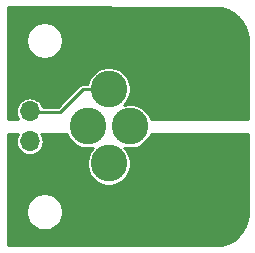
<source format=gtl>
G04 #@! TF.GenerationSoftware,KiCad,Pcbnew,5.1.4+dfsg1-1*
G04 #@! TF.CreationDate,2020-04-13T21:54:57+02:00*
G04 #@! TF.ProjectId,C245_conn,43323435-5f63-46f6-9e6e-2e6b69636164,rev?*
G04 #@! TF.SameCoordinates,Original*
G04 #@! TF.FileFunction,Copper,L1,Top*
G04 #@! TF.FilePolarity,Positive*
%FSLAX46Y46*%
G04 Gerber Fmt 4.6, Leading zero omitted, Abs format (unit mm)*
G04 Created by KiCad (PCBNEW 5.1.4+dfsg1-1) date 2020-04-13 21:54:57*
%MOMM*%
%LPD*%
G04 APERTURE LIST*
%ADD10C,3.100000*%
%ADD11O,1.700000X1.700000*%
%ADD12R,1.700000X1.700000*%
%ADD13C,0.200000*%
%ADD14C,0.250000*%
%ADD15C,0.254000*%
G04 APERTURE END LIST*
D10*
X101800000Y-97350000D03*
X98200000Y-97350000D03*
X101800000Y-103650000D03*
X98200000Y-103650000D03*
X96400000Y-100500000D03*
X100000000Y-100500000D03*
D11*
X91500000Y-104320000D03*
X91500000Y-101780000D03*
X91500000Y-99240000D03*
D12*
X91500000Y-96700000D03*
D13*
X98200000Y-97350000D02*
X98050000Y-97500000D01*
D14*
X98200000Y-97350000D02*
X96007969Y-97350000D01*
X94067970Y-99290000D02*
X91500000Y-99290000D01*
X96007969Y-97350000D02*
X94067970Y-99290000D01*
D15*
G36*
X107242359Y-90451980D02*
G01*
X107773902Y-90504099D01*
X108277852Y-90656250D01*
X108742648Y-90903386D01*
X109150590Y-91236095D01*
X109486138Y-91641705D01*
X109736516Y-92104769D01*
X109892180Y-92607637D01*
X109947959Y-93138329D01*
X109948001Y-93150527D01*
X109948001Y-99873000D01*
X101771938Y-99873000D01*
X101663376Y-99610907D01*
X101457961Y-99303482D01*
X101196518Y-99042039D01*
X100889093Y-98836624D01*
X100547501Y-98695132D01*
X100184868Y-98623000D01*
X99815132Y-98623000D01*
X99523462Y-98681017D01*
X99657961Y-98546518D01*
X99863376Y-98239093D01*
X100004868Y-97897501D01*
X100077000Y-97534868D01*
X100077000Y-97165132D01*
X100004868Y-96802499D01*
X99863376Y-96460907D01*
X99657961Y-96153482D01*
X99396518Y-95892039D01*
X99089093Y-95686624D01*
X98747501Y-95545132D01*
X98384868Y-95473000D01*
X98015132Y-95473000D01*
X97652499Y-95545132D01*
X97310907Y-95686624D01*
X97003482Y-95892039D01*
X96742039Y-96153482D01*
X96536624Y-96460907D01*
X96395132Y-96802499D01*
X96376136Y-96898000D01*
X96030174Y-96898000D01*
X96007969Y-96895813D01*
X95919361Y-96904540D01*
X95838138Y-96929179D01*
X95834159Y-96930386D01*
X95755636Y-96972357D01*
X95686810Y-97028841D01*
X95672650Y-97046095D01*
X93880747Y-98838000D01*
X92608015Y-98838000D01*
X92592667Y-98787403D01*
X92483374Y-98582930D01*
X92336291Y-98403709D01*
X92157070Y-98256626D01*
X91952597Y-98147333D01*
X91730732Y-98080031D01*
X91557812Y-98063000D01*
X91442188Y-98063000D01*
X91269268Y-98080031D01*
X91047403Y-98147333D01*
X90842930Y-98256626D01*
X90663709Y-98403709D01*
X90516626Y-98582930D01*
X90407333Y-98787403D01*
X90340031Y-99009268D01*
X90317306Y-99240000D01*
X90340031Y-99470732D01*
X90407333Y-99692597D01*
X90503760Y-99873000D01*
X89627000Y-99873000D01*
X89627000Y-93094679D01*
X91173000Y-93094679D01*
X91173000Y-93405321D01*
X91233604Y-93709994D01*
X91352481Y-93996989D01*
X91525064Y-94255279D01*
X91744721Y-94474936D01*
X92003011Y-94647519D01*
X92290006Y-94766396D01*
X92594679Y-94827000D01*
X92905321Y-94827000D01*
X93209994Y-94766396D01*
X93496989Y-94647519D01*
X93755279Y-94474936D01*
X93974936Y-94255279D01*
X94147519Y-93996989D01*
X94266396Y-93709994D01*
X94327000Y-93405321D01*
X94327000Y-93094679D01*
X94266396Y-92790006D01*
X94147519Y-92503011D01*
X93974936Y-92244721D01*
X93755279Y-92025064D01*
X93496989Y-91852481D01*
X93209994Y-91733604D01*
X92905321Y-91673000D01*
X92594679Y-91673000D01*
X92290006Y-91733604D01*
X92003011Y-91852481D01*
X91744721Y-92025064D01*
X91525064Y-92244721D01*
X91352481Y-92503011D01*
X91233604Y-92790006D01*
X91173000Y-93094679D01*
X89627000Y-93094679D01*
X89627000Y-90405501D01*
X107242359Y-90451980D01*
X107242359Y-90451980D01*
G37*
X107242359Y-90451980D02*
X107773902Y-90504099D01*
X108277852Y-90656250D01*
X108742648Y-90903386D01*
X109150590Y-91236095D01*
X109486138Y-91641705D01*
X109736516Y-92104769D01*
X109892180Y-92607637D01*
X109947959Y-93138329D01*
X109948001Y-93150527D01*
X109948001Y-99873000D01*
X101771938Y-99873000D01*
X101663376Y-99610907D01*
X101457961Y-99303482D01*
X101196518Y-99042039D01*
X100889093Y-98836624D01*
X100547501Y-98695132D01*
X100184868Y-98623000D01*
X99815132Y-98623000D01*
X99523462Y-98681017D01*
X99657961Y-98546518D01*
X99863376Y-98239093D01*
X100004868Y-97897501D01*
X100077000Y-97534868D01*
X100077000Y-97165132D01*
X100004868Y-96802499D01*
X99863376Y-96460907D01*
X99657961Y-96153482D01*
X99396518Y-95892039D01*
X99089093Y-95686624D01*
X98747501Y-95545132D01*
X98384868Y-95473000D01*
X98015132Y-95473000D01*
X97652499Y-95545132D01*
X97310907Y-95686624D01*
X97003482Y-95892039D01*
X96742039Y-96153482D01*
X96536624Y-96460907D01*
X96395132Y-96802499D01*
X96376136Y-96898000D01*
X96030174Y-96898000D01*
X96007969Y-96895813D01*
X95919361Y-96904540D01*
X95838138Y-96929179D01*
X95834159Y-96930386D01*
X95755636Y-96972357D01*
X95686810Y-97028841D01*
X95672650Y-97046095D01*
X93880747Y-98838000D01*
X92608015Y-98838000D01*
X92592667Y-98787403D01*
X92483374Y-98582930D01*
X92336291Y-98403709D01*
X92157070Y-98256626D01*
X91952597Y-98147333D01*
X91730732Y-98080031D01*
X91557812Y-98063000D01*
X91442188Y-98063000D01*
X91269268Y-98080031D01*
X91047403Y-98147333D01*
X90842930Y-98256626D01*
X90663709Y-98403709D01*
X90516626Y-98582930D01*
X90407333Y-98787403D01*
X90340031Y-99009268D01*
X90317306Y-99240000D01*
X90340031Y-99470732D01*
X90407333Y-99692597D01*
X90503760Y-99873000D01*
X89627000Y-99873000D01*
X89627000Y-93094679D01*
X91173000Y-93094679D01*
X91173000Y-93405321D01*
X91233604Y-93709994D01*
X91352481Y-93996989D01*
X91525064Y-94255279D01*
X91744721Y-94474936D01*
X92003011Y-94647519D01*
X92290006Y-94766396D01*
X92594679Y-94827000D01*
X92905321Y-94827000D01*
X93209994Y-94766396D01*
X93496989Y-94647519D01*
X93755279Y-94474936D01*
X93974936Y-94255279D01*
X94147519Y-93996989D01*
X94266396Y-93709994D01*
X94327000Y-93405321D01*
X94327000Y-93094679D01*
X94266396Y-92790006D01*
X94147519Y-92503011D01*
X93974936Y-92244721D01*
X93755279Y-92025064D01*
X93496989Y-91852481D01*
X93209994Y-91733604D01*
X92905321Y-91673000D01*
X92594679Y-91673000D01*
X92290006Y-91733604D01*
X92003011Y-91852481D01*
X91744721Y-92025064D01*
X91525064Y-92244721D01*
X91352481Y-92503011D01*
X91233604Y-92790006D01*
X91173000Y-93094679D01*
X89627000Y-93094679D01*
X89627000Y-90405501D01*
X107242359Y-90451980D01*
G36*
X90407333Y-101327403D02*
G01*
X90340031Y-101549268D01*
X90317306Y-101780000D01*
X90340031Y-102010732D01*
X90407333Y-102232597D01*
X90516626Y-102437070D01*
X90663709Y-102616291D01*
X90842930Y-102763374D01*
X91047403Y-102872667D01*
X91269268Y-102939969D01*
X91442188Y-102957000D01*
X91557812Y-102957000D01*
X91730732Y-102939969D01*
X91952597Y-102872667D01*
X92157070Y-102763374D01*
X92336291Y-102616291D01*
X92483374Y-102437070D01*
X92592667Y-102232597D01*
X92659969Y-102010732D01*
X92682694Y-101780000D01*
X92659969Y-101549268D01*
X92592667Y-101327403D01*
X92485549Y-101127000D01*
X94628062Y-101127000D01*
X94736624Y-101389093D01*
X94942039Y-101696518D01*
X95203482Y-101957961D01*
X95510907Y-102163376D01*
X95852499Y-102304868D01*
X96215132Y-102377000D01*
X96584868Y-102377000D01*
X96876538Y-102318983D01*
X96742039Y-102453482D01*
X96536624Y-102760907D01*
X96395132Y-103102499D01*
X96323000Y-103465132D01*
X96323000Y-103834868D01*
X96395132Y-104197501D01*
X96536624Y-104539093D01*
X96742039Y-104846518D01*
X97003482Y-105107961D01*
X97310907Y-105313376D01*
X97652499Y-105454868D01*
X98015132Y-105527000D01*
X98384868Y-105527000D01*
X98747501Y-105454868D01*
X99089093Y-105313376D01*
X99396518Y-105107961D01*
X99657961Y-104846518D01*
X99863376Y-104539093D01*
X100004868Y-104197501D01*
X100077000Y-103834868D01*
X100077000Y-103465132D01*
X100004868Y-103102499D01*
X99863376Y-102760907D01*
X99657961Y-102453482D01*
X99523462Y-102318983D01*
X99815132Y-102377000D01*
X100184868Y-102377000D01*
X100547501Y-102304868D01*
X100889093Y-102163376D01*
X101196518Y-101957961D01*
X101457961Y-101696518D01*
X101663376Y-101389093D01*
X101771938Y-101127000D01*
X109948000Y-101127000D01*
X109948000Y-107892561D01*
X109895901Y-108423903D01*
X109743750Y-108927852D01*
X109496615Y-109392647D01*
X109163904Y-109800590D01*
X108758298Y-110136137D01*
X108295231Y-110386516D01*
X107792361Y-110542180D01*
X107261670Y-110597959D01*
X107249761Y-110598000D01*
X89627000Y-110598000D01*
X89627000Y-107594679D01*
X91173000Y-107594679D01*
X91173000Y-107905321D01*
X91233604Y-108209994D01*
X91352481Y-108496989D01*
X91525064Y-108755279D01*
X91744721Y-108974936D01*
X92003011Y-109147519D01*
X92290006Y-109266396D01*
X92594679Y-109327000D01*
X92905321Y-109327000D01*
X93209994Y-109266396D01*
X93496989Y-109147519D01*
X93755279Y-108974936D01*
X93974936Y-108755279D01*
X94147519Y-108496989D01*
X94266396Y-108209994D01*
X94327000Y-107905321D01*
X94327000Y-107594679D01*
X94266396Y-107290006D01*
X94147519Y-107003011D01*
X93974936Y-106744721D01*
X93755279Y-106525064D01*
X93496989Y-106352481D01*
X93209994Y-106233604D01*
X92905321Y-106173000D01*
X92594679Y-106173000D01*
X92290006Y-106233604D01*
X92003011Y-106352481D01*
X91744721Y-106525064D01*
X91525064Y-106744721D01*
X91352481Y-107003011D01*
X91233604Y-107290006D01*
X91173000Y-107594679D01*
X89627000Y-107594679D01*
X89627000Y-101127000D01*
X90514451Y-101127000D01*
X90407333Y-101327403D01*
X90407333Y-101327403D01*
G37*
X90407333Y-101327403D02*
X90340031Y-101549268D01*
X90317306Y-101780000D01*
X90340031Y-102010732D01*
X90407333Y-102232597D01*
X90516626Y-102437070D01*
X90663709Y-102616291D01*
X90842930Y-102763374D01*
X91047403Y-102872667D01*
X91269268Y-102939969D01*
X91442188Y-102957000D01*
X91557812Y-102957000D01*
X91730732Y-102939969D01*
X91952597Y-102872667D01*
X92157070Y-102763374D01*
X92336291Y-102616291D01*
X92483374Y-102437070D01*
X92592667Y-102232597D01*
X92659969Y-102010732D01*
X92682694Y-101780000D01*
X92659969Y-101549268D01*
X92592667Y-101327403D01*
X92485549Y-101127000D01*
X94628062Y-101127000D01*
X94736624Y-101389093D01*
X94942039Y-101696518D01*
X95203482Y-101957961D01*
X95510907Y-102163376D01*
X95852499Y-102304868D01*
X96215132Y-102377000D01*
X96584868Y-102377000D01*
X96876538Y-102318983D01*
X96742039Y-102453482D01*
X96536624Y-102760907D01*
X96395132Y-103102499D01*
X96323000Y-103465132D01*
X96323000Y-103834868D01*
X96395132Y-104197501D01*
X96536624Y-104539093D01*
X96742039Y-104846518D01*
X97003482Y-105107961D01*
X97310907Y-105313376D01*
X97652499Y-105454868D01*
X98015132Y-105527000D01*
X98384868Y-105527000D01*
X98747501Y-105454868D01*
X99089093Y-105313376D01*
X99396518Y-105107961D01*
X99657961Y-104846518D01*
X99863376Y-104539093D01*
X100004868Y-104197501D01*
X100077000Y-103834868D01*
X100077000Y-103465132D01*
X100004868Y-103102499D01*
X99863376Y-102760907D01*
X99657961Y-102453482D01*
X99523462Y-102318983D01*
X99815132Y-102377000D01*
X100184868Y-102377000D01*
X100547501Y-102304868D01*
X100889093Y-102163376D01*
X101196518Y-101957961D01*
X101457961Y-101696518D01*
X101663376Y-101389093D01*
X101771938Y-101127000D01*
X109948000Y-101127000D01*
X109948000Y-107892561D01*
X109895901Y-108423903D01*
X109743750Y-108927852D01*
X109496615Y-109392647D01*
X109163904Y-109800590D01*
X108758298Y-110136137D01*
X108295231Y-110386516D01*
X107792361Y-110542180D01*
X107261670Y-110597959D01*
X107249761Y-110598000D01*
X89627000Y-110598000D01*
X89627000Y-107594679D01*
X91173000Y-107594679D01*
X91173000Y-107905321D01*
X91233604Y-108209994D01*
X91352481Y-108496989D01*
X91525064Y-108755279D01*
X91744721Y-108974936D01*
X92003011Y-109147519D01*
X92290006Y-109266396D01*
X92594679Y-109327000D01*
X92905321Y-109327000D01*
X93209994Y-109266396D01*
X93496989Y-109147519D01*
X93755279Y-108974936D01*
X93974936Y-108755279D01*
X94147519Y-108496989D01*
X94266396Y-108209994D01*
X94327000Y-107905321D01*
X94327000Y-107594679D01*
X94266396Y-107290006D01*
X94147519Y-107003011D01*
X93974936Y-106744721D01*
X93755279Y-106525064D01*
X93496989Y-106352481D01*
X93209994Y-106233604D01*
X92905321Y-106173000D01*
X92594679Y-106173000D01*
X92290006Y-106233604D01*
X92003011Y-106352481D01*
X91744721Y-106525064D01*
X91525064Y-106744721D01*
X91352481Y-107003011D01*
X91233604Y-107290006D01*
X91173000Y-107594679D01*
X89627000Y-107594679D01*
X89627000Y-101127000D01*
X90514451Y-101127000D01*
X90407333Y-101327403D01*
M02*

</source>
